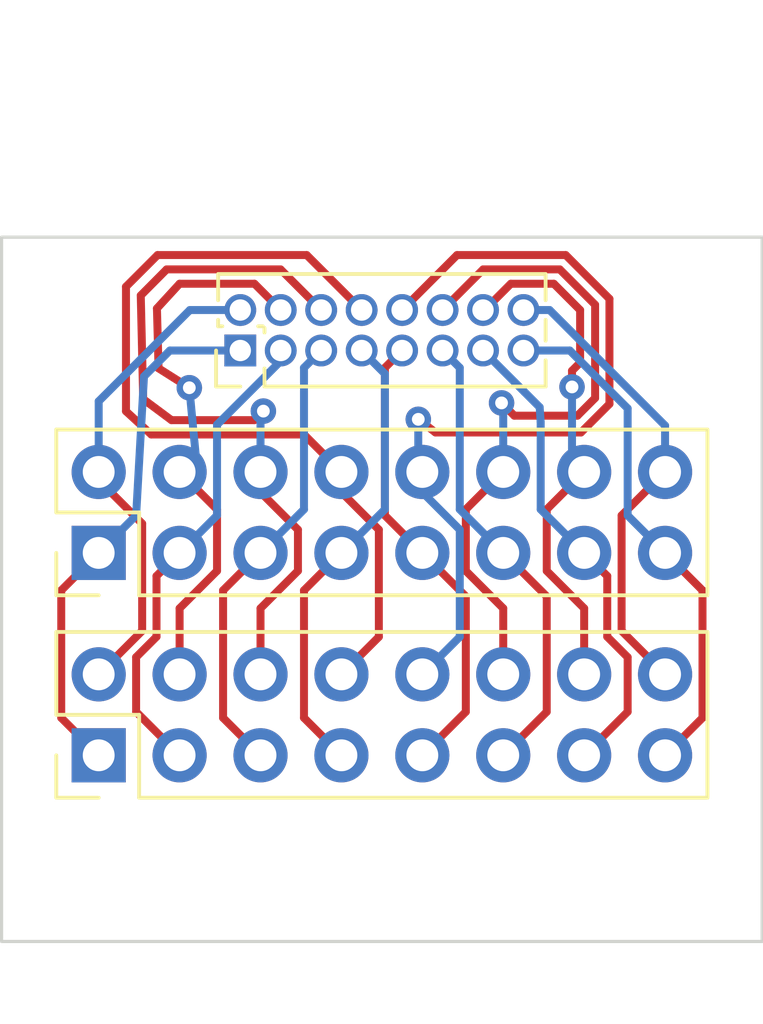
<source format=kicad_pcb>
(kicad_pcb (version 20200909) (generator pcbnew)

  (general
    (thickness 1.6)
  )

  (paper "A4")
  (layers
    (0 "F.Cu" signal)
    (31 "B.Cu" signal)
    (32 "B.Adhes" user)
    (33 "F.Adhes" user)
    (34 "B.Paste" user)
    (35 "F.Paste" user)
    (36 "B.SilkS" user)
    (37 "F.SilkS" user)
    (38 "B.Mask" user)
    (39 "F.Mask" user)
    (40 "Dwgs.User" user)
    (41 "Cmts.User" user)
    (42 "Eco1.User" user)
    (43 "Eco2.User" user)
    (44 "Edge.Cuts" user)
    (45 "Margin" user)
    (46 "B.CrtYd" user)
    (47 "F.CrtYd" user)
    (48 "B.Fab" user)
    (49 "F.Fab" user)
  )

  (setup
    (stackup
      (layer "F.SilkS" (type "Top Silk Screen"))
      (layer "F.Paste" (type "Top Solder Paste"))
      (layer "F.Mask" (type "Top Solder Mask") (color "Green") (thickness 0.01))
      (layer "F.Cu" (type "copper") (thickness 0.035))
      (layer "dielectric 1" (type "core") (thickness 1.51) (material "FR4") (epsilon_r 4.5) (loss_tangent 0.02))
      (layer "B.Cu" (type "copper") (thickness 0.035))
      (layer "B.Mask" (type "Bottom Solder Mask") (color "Green") (thickness 0.01))
      (layer "B.Paste" (type "Bottom Solder Paste"))
      (layer "B.SilkS" (type "Bottom Silk Screen"))
      (copper_finish "None")
      (dielectric_constraints no)
    )
    (pcbplotparams
      (layerselection 0x010fc_ffffffff)
      (usegerberextensions false)
      (usegerberattributes true)
      (usegerberadvancedattributes true)
      (creategerberjobfile true)
      (svguseinch false)
      (svgprecision 6)
      (excludeedgelayer true)
      (linewidth 0.100000)
      (plotframeref false)
      (viasonmask false)
      (mode 1)
      (useauxorigin false)
      (hpglpennumber 1)
      (hpglpenspeed 20)
      (hpglpendiameter 15.000000)
      (psnegative false)
      (psa4output false)
      (plotreference true)
      (plotvalue true)
      (plotinvisibletext false)
      (sketchpadsonfab false)
      (subtractmaskfromsilk false)
      (outputformat 1)
      (mirror false)
      (drillshape 0)
      (scaleselection 1)
      (outputdirectory "gerbers")
    )
  )


  (net 0 "")
  (net 1 "/W16")
  (net 2 "/W15")
  (net 3 "/W14")
  (net 4 "/W13")
  (net 5 "/W12")
  (net 6 "/W11")
  (net 7 "/W10")
  (net 8 "/W9")
  (net 9 "/W8")
  (net 10 "/W7")
  (net 11 "/W6")
  (net 12 "/W5")
  (net 13 "/W4")
  (net 14 "/W3")
  (net 15 "/W2")
  (net 16 "/W1")

  (module "Connector_PinHeader_2.54mm:PinHeader_2x08_P2.54mm_Vertical" (layer "F.Cu") (tedit 59FED5CC) (tstamp 1f6ea77c-1f91-46f8-bcfd-ca98532fe27b)
    (at 82.042 151.892 90)
    (descr "Through hole straight pin header, 2x08, 2.54mm pitch, double rows")
    (tags "Through hole pin header THT 2x08 2.54mm double row")
    (property "Sheet file" "/Users/scott/3D_Print_Projects/PCB_Test_Fixture_pogo_clip/mod_clip/mod_clip/mod_clip.kicad_sch")
    (property "Sheet name" "")
    (path "/b6a33042-6615-4abd-a5a4-2cc568fb88c4")
    (attr through_hole)
    (fp_text reference "J2" (at 1.27 -2.33 90) (layer "F.SilkS") hide
      (effects (font (size 1 1) (thickness 0.15)))
      (tstamp 3014528d-c2e7-4794-bdf4-63233ffc73a3)
    )
    (fp_text value "Conn_02x08_Odd_Even" (at 1.27 20.11 90) (layer "F.Fab") hide
      (effects (font (size 1 1) (thickness 0.15)))
      (tstamp c0ab9ce4-1e83-4e46-9064-68b703922954)
    )
    (fp_line (start -1.33 0) (end -1.33 -1.33) (layer "F.SilkS") (width 0.12) (tstamp 05a939df-4be7-4de6-9d6c-1b3f005161d6))
    (fp_line (start -1.33 -1.33) (end 0 -1.33) (layer "F.SilkS") (width 0.12) (tstamp 3c6a3b90-98f4-45e6-a676-6b0d8825447f))
    (fp_line (start -1.33 19.11) (end 3.87 19.11) (layer "F.SilkS") (width 0.12) (tstamp 5679c2fa-6e89-4636-aab3-ad9a80342c97))
    (fp_line (start 3.87 -1.33) (end 3.87 19.11) (layer "F.SilkS") (width 0.12) (tstamp 61e87174-130b-4084-a3ba-6c57a986cc6c))
    (fp_line (start -1.33 1.27) (end 1.27 1.27) (layer "F.SilkS") (width 0.12) (tstamp 6bcfd9de-4cf3-4543-8295-776354b0fdc0))
    (fp_line (start -1.33 1.27) (end -1.33 19.11) (layer "F.SilkS") (width 0.12) (tstamp 6cbe3e57-fa50-4c42-94af-2ed9ac258b4e))
    (fp_line (start 1.27 -1.33) (end 3.87 -1.33) (layer "F.SilkS") (width 0.12) (tstamp 8232a4df-f536-4f55-a497-31bbbe788a5c))
    (fp_line (start 1.27 1.27) (end 1.27 -1.33) (layer "F.SilkS") (width 0.12) (tstamp f5b9985f-6161-4929-9b28-97b459415a4a))
    (fp_line (start 4.35 -1.8) (end -1.8 -1.8) (layer "F.CrtYd") (width 0.05) (tstamp 34aa9f9e-448e-42a1-8cbb-643d19b809a4))
    (fp_line (start -1.8 19.55) (end 4.35 19.55) (layer "F.CrtYd") (width 0.05) (tstamp 72443ef8-679c-4461-8fec-f302b27eaf4f))
    (fp_line (start 4.35 19.55) (end 4.35 -1.8) (layer "F.CrtYd") (width 0.05) (tstamp 7621ec91-78c6-4c55-9c70-af5ba9d71773))
    (fp_line (start -1.8 -1.8) (end -1.8 19.55) (layer "F.CrtYd") (width 0.05) (tstamp d4d1b983-57ef-4705-b54c-640498f19d28))
    (fp_line (start -1.27 19.05) (end -1.27 0) (layer "F.Fab") (width 0.1) (tstamp 0e0983a8-6558-4fb9-9c35-f762dbde9054))
    (fp_line (start 3.81 19.05) (end -1.27 19.05) (layer "F.Fab") (width 0.1) (tstamp 3214f64f-6809-455d-bf9e-f5a67aaa52fd))
    (fp_line (start -1.27 0) (end 0 -1.27) (layer "F.Fab") (width 0.1) (tstamp 347d29cf-7277-43cc-a51a-0e54e70be3b0))
    (fp_line (start 0 -1.27) (end 3.81 -1.27) (layer "F.Fab") (width 0.1) (tstamp 73827821-d4bd-4230-811b-a280920d1661))
    (fp_line (start 3.81 -1.27) (end 3.81 19.05) (layer "F.Fab") (width 0.1) (tstamp 7d3d446d-c6da-4342-b5d3-83d8b1770ffc))
    (pad "1" thru_hole rect (at 0 0 90) (size 1.7 1.7) (drill 1) (layers *.Cu *.Mask)
      (net 16 "/W1") (pinfunction "Pin_1") (tstamp e3bbd324-7d1d-4c73-96be-9cb61bb93b2a))
    (pad "2" thru_hole oval (at 2.54 0 90) (size 1.7 1.7) (drill 1) (layers *.Cu *.Mask)
      (net 15 "/W2") (pinfunction "Pin_2") (tstamp 7d9ad417-307f-419f-b195-0186b9e8c9d1))
    (pad "3" thru_hole oval (at 0 2.54 90) (size 1.7 1.7) (drill 1) (layers *.Cu *.Mask)
      (net 14 "/W3") (pinfunction "Pin_3") (tstamp 2b5fdf52-c8d4-404f-97b8-4c57d0dd1370))
    (pad "4" thru_hole oval (at 2.54 2.54 90) (size 1.7 1.7) (drill 1) (layers *.Cu *.Mask)
      (net 13 "/W4") (pinfunction "Pin_4") (tstamp fa469eee-fab0-45f7-93fb-595a529b10d9))
    (pad "5" thru_hole oval (at 0 5.08 90) (size 1.7 1.7) (drill 1) (layers *.Cu *.Mask)
      (net 12 "/W5") (pinfunction "Pin_5") (tstamp 84e9c86a-7b68-4f7a-954c-fac3905f7d31))
    (pad "6" thru_hole oval (at 2.54 5.08 90) (size 1.7 1.7) (drill 1) (layers *.Cu *.Mask)
      (net 11 "/W6") (pinfunction "Pin_6") (tstamp ef0f562b-e1d2-4bdc-a7e2-fe43c6d52beb))
    (pad "7" thru_hole oval (at 0 7.62 90) (size 1.7 1.7) (drill 1) (layers *.Cu *.Mask)
      (net 10 "/W7") (pinfunction "Pin_7") (tstamp 099b2488-b756-461e-9fad-f5da33b373ee))
    (pad "8" thru_hole oval (at 2.54 7.62 90) (size 1.7 1.7) (drill 1) (layers *.Cu *.Mask)
      (net 9 "/W8") (pinfunction "Pin_8") (tstamp 74b73040-9481-443d-b12d-d751d8083dcb))
    (pad "9" thru_hole oval (at 0 10.16 90) (size 1.7 1.7) (drill 1) (layers *.Cu *.Mask)
      (net 8 "/W9") (pinfunction "Pin_9") (tstamp bf1ea3e2-b604-4d30-bab1-4746528ed596))
    (pad "10" thru_hole oval (at 2.54 10.16 90) (size 1.7 1.7) (drill 1) (layers *.Cu *.Mask)
      (net 7 "/W10") (pinfunction "Pin_10") (tstamp f6156791-9941-4eb2-8e2f-1f4d1dfceb81))
    (pad "11" thru_hole oval (at 0 12.7 90) (size 1.7 1.7) (drill 1) (layers *.Cu *.Mask)
      (net 6 "/W11") (pinfunction "Pin_11") (tstamp 8061c483-b146-45a3-8198-3fd9d9b34c35))
    (pad "12" thru_hole oval (at 2.54 12.7 90) (size 1.7 1.7) (drill 1) (layers *.Cu *.Mask)
      (net 5 "/W12") (pinfunction "Pin_12") (tstamp 1a9bcdad-2982-453b-a2f9-a46f0119a21b))
    (pad "13" thru_hole oval (at 0 15.24 90) (size 1.7 1.7) (drill 1) (layers *.Cu *.Mask)
      (net 4 "/W13") (pinfunction "Pin_13") (tstamp c5c79191-cc2e-4caf-8660-cff667e8362e))
    (pad "14" thru_hole oval (at 2.54 15.24 90) (size 1.7 1.7) (drill 1) (layers *.Cu *.Mask)
      (net 3 "/W14") (pinfunction "Pin_14") (tstamp 34a9344d-582e-404c-a2c0-289821fdf254))
    (pad "15" thru_hole oval (at 0 17.78 90) (size 1.7 1.7) (drill 1) (layers *.Cu *.Mask)
      (net 2 "/W15") (pinfunction "Pin_15") (tstamp dbef62c4-4bc2-4b6d-9926-ecde9f7d671d))
    (pad "16" thru_hole oval (at 2.54 17.78 90) (size 1.7 1.7) (drill 1) (layers *.Cu *.Mask)
      (net 1 "/W16") (pinfunction "Pin_16") (tstamp 64ebcb27-64c8-484b-ba28-50ce37d2e91f))
    (model "${KISYS3DMOD}/Connector_PinHeader_2.54mm.3dshapes/PinHeader_2x08_P2.54mm_Vertical.wrl"
      (offset (xyz 0 0 0))
      (scale (xyz 1 1 1))
      (rotate (xyz 0 0 0))
    )
  )

  (module "Connector_PinHeader_2.54mm:PinHeader_2x08_P2.54mm_Vertical" (layer "F.Cu") (tedit 59FED5CC) (tstamp 223be75b-5aaf-4aa3-9a87-d2ff44aa9601)
    (at 82.042 145.542 90)
    (descr "Through hole straight pin header, 2x08, 2.54mm pitch, double rows")
    (tags "Through hole pin header THT 2x08 2.54mm double row")
    (property "Sheet file" "/Users/scott/3D_Print_Projects/PCB_Test_Fixture_pogo_clip/mod_clip/mod_clip/mod_clip.kicad_sch")
    (property "Sheet name" "")
    (path "/e8717575-2817-4036-9fc9-55173f52fe57")
    (attr through_hole)
    (fp_text reference "J1" (at 1.27 -2.33 90) (layer "F.SilkS") hide
      (effects (font (size 1 1) (thickness 0.15)))
      (tstamp f67909e0-57ea-4bdf-ac2a-ccf5fb0a4b68)
    )
    (fp_text value "Conn_02x08_Odd_Even" (at 1.27 20.11 90) (layer "F.Fab") hide
      (effects (font (size 1 1) (thickness 0.15)))
      (tstamp e89ee639-1c19-411f-995b-7bdbd1a6c83a)
    )
    (fp_line (start 3.87 -1.33) (end 3.87 19.11) (layer "F.SilkS") (width 0.12) (tstamp 33c64d30-565e-42ab-90b8-6905496ae969))
    (fp_line (start -1.33 0) (end -1.33 -1.33) (layer "F.SilkS") (width 0.12) (tstamp 37fc2a9d-0934-4871-a0a8-66057d4aee1d))
    (fp_line (start -1.33 -1.33) (end 0 -1.33) (layer "F.SilkS") (width 0.12) (tstamp 4852f80f-e9d5-421e-82fc-aea5eee8d4b7))
    (fp_line (start 1.27 1.27) (end 1.27 -1.33) (layer "F.SilkS") (width 0.12) (tstamp 4d077184-2463-4765-80d0-c39dd1363cbc))
    (fp_line (start -1.33 1.27) (end 1.27 1.27) (layer "F.SilkS") (width 0.12) (tstamp 8eb748d8-7dfb-4c59-bb2b-f03324f3c61d))
    (fp_line (start 1.27 -1.33) (end 3.87 -1.33) (layer "F.SilkS") (width 0.12) (tstamp ac221c70-6b22-4793-ac18-1a16bca27ae2))
    (fp_line (start -1.33 1.27) (end -1.33 19.11) (layer "F.SilkS") (width 0.12) (tstamp ddf1c241-4fa6-4e2d-99d7-51941a6413aa))
    (fp_line (start -1.33 19.11) (end 3.87 19.11) (layer "F.SilkS") (width 0.12) (tstamp e9cd3928-3399-45e2-be02-c64204cd57c2))
    (fp_line (start -1.8 19.55) (end 4.35 19.55) (layer "F.CrtYd") (width 0.05) (tstamp 1d3458c9-e586-4737-8247-541dc81566c4))
    (fp_line (start 4.35 19.55) (end 4.35 -1.8) (layer "F.CrtYd") (width 0.05) (tstamp 2c772089-00ce-4672-911e-a195827ceae3))
    (fp_line (start -1.8 -1.8) (end -1.8 19.55) (layer "F.CrtYd") (width 0.05) (tstamp eae6af1d-a456-4e8b-8601-24992340617c))
    (fp_line (start 4.35 -1.8) (end -1.8 -1.8) (layer "F.CrtYd") (width 0.05) (tstamp f42142f9-61d7-4aa9-a310-fd5992bbfc91))
    (fp_line (start -1.27 19.05) (end -1.27 0) (layer "F.Fab") (width 0.1) (tstamp 210edc05-df1e-4c1b-8b62-3bff9231378f))
    (fp_line (start -1.27 0) (end 0 -1.27) (layer "F.Fab") (width 0.1) (tstamp d14fc0b6-e544-4935-8491-4ddbd0d5503b))
    (fp_line (start 3.81 -1.27) (end 3.81 19.05) (layer "F.Fab") (width 0.1) (tstamp d7342732-2c2f-4ef3-9607-7b08d8c18088))
    (fp_line (start 3.81 19.05) (end -1.27 19.05) (layer "F.Fab") (width 0.1) (tstamp ded22dc5-a5f5-45aa-a1bd-ba0c3d4b8b09))
    (fp_line (start 0 -1.27) (end 3.81 -1.27) (layer "F.Fab") (width 0.1) (tstamp ef0de042-b2a9-43dc-845d-fd6ccdf2d475))
    (pad "1" thru_hole rect (at 0 0 90) (size 1.7 1.7) (drill 1) (layers *.Cu *.Mask)
      (net 16 "/W1") (pinfunction "Pin_1") (tstamp 074ec228-ec47-49db-8d99-fbbe03bf0ad7))
    (pad "2" thru_hole oval (at 2.54 0 90) (size 1.7 1.7) (drill 1) (layers *.Cu *.Mask)
      (net 15 "/W2") (pinfunction "Pin_2") (tstamp dfb7aa75-6978-4e8f-bf49-f8ffe539d698))
    (pad "3" thru_hole oval (at 0 2.54 90) (size 1.7 1.7) (drill 1) (layers *.Cu *.Mask)
      (net 14 "/W3") (pinfunction "Pin_3") (tstamp 42e2bada-4466-4157-822d-fad5f4be0747))
    (pad "4" thru_hole oval (at 2.54 2.54 90) (size 1.7 1.7) (drill 1) (layers *.Cu *.Mask)
      (net 13 "/W4") (pinfunction "Pin_4") (tstamp d572329a-e36e-4435-9aef-831735a33ac5))
    (pad "5" thru_hole oval (at 0 5.08 90) (size 1.7 1.7) (drill 1) (layers *.Cu *.Mask)
      (net 12 "/W5") (pinfunction "Pin_5") (tstamp 13225653-06cc-4197-b548-8c02c228e880))
    (pad "6" thru_hole oval (at 2.54 5.08 90) (size 1.7 1.7) (drill 1) (layers *.Cu *.Mask)
      (net 11 "/W6") (pinfunction "Pin_6") (tstamp 9e5871d7-a90e-41b4-b01f-5283f806f1e4))
    (pad "7" thru_hole oval (at 0 7.62 90) (size 1.7 1.7) (drill 1) (layers *.Cu *.Mask)
      (net 10 "/W7") (pinfunction "Pin_7") (tstamp da077367-099f-45c9-af14-a8050a7e40d3))
    (pad "8" thru_hole oval (at 2.54 7.62 90) (size 1.7 1.7) (drill 1) (layers *.Cu *.Mask)
      (net 9 "/W8") (pinfunction "Pin_8") (tstamp 19b1d614-1acf-4cfd-9740-a349265aed11))
    (pad "9" thru_hole oval (at 0 10.16 90) (size 1.7 1.7) (drill 1) (layers *.Cu *.Mask)
      (net 8 "/W9") (pinfunction "Pin_9") (tstamp 38243320-9008-4d01-b028-0f1d3ec31026))
    (pad "10" thru_hole oval (at 2.54 10.16 90) (size 1.7 1.7) (drill 1) (layers *.Cu *.Mask)
      (net 7 "/W10") (pinfunction "Pin_10") (tstamp 85eafc55-dca1-45ac-adf5-f2a31d79f5ee))
    (pad "11" thru_hole oval (at 0 12.7 90) (size 1.7 1.7) (drill 1) (layers *.Cu *.Mask)
      (net 6 "/W11") (pinfunction "Pin_11") (tstamp 234150a2-9599-4bfc-8190-ce52d449d282))
    (pad "12" thru_hole oval (at 2.54 12.7 90) (size 1.7 1.7) (drill 1) (layers *.Cu *.Mask)
      (net 5 "/W12") (pinfunction "Pin_12") (tstamp 99539416-fc27-4c42-82c7-ad1d8f3f6251))
    (pad "13" thru_hole oval (at 0 15.24 90) (size 1.7 1.7) (drill 1) (layers *.Cu *.Mask)
      (net 4 "/W13") (pinfunction "Pin_13") (tstamp ba7f18bc-447a-44fe-8a69-9a3bb331d316))
    (pad "14" thru_hole oval (at 2.54 15.24 90) (size 1.7 1.7) (drill 1) (layers *.Cu *.Mask)
      (net 3 "/W14") (pinfunction "Pin_14") (tstamp 2d2ddca4-8657-464b-bcb6-af36fcc7a42d))
    (pad "15" thru_hole oval (at 0 17.78 90) (size 1.7 1.7) (drill 1) (layers *.Cu *.Mask)
      (net 2 "/W15") (pinfunction "Pin_15") (tstamp 2537661c-23c1-4d5e-8016-d47028532c20))
    (pad "16" thru_hole oval (at 2.54 17.78 90) (size 1.7 1.7) (drill 1) (layers *.Cu *.Mask)
      (net 1 "/W16") (pinfunction "Pin_16") (tstamp c49c8fcb-d50e-41f8-979c-631b8a761d90))
    (model "${KISYS3DMOD}/Connector_PinHeader_2.54mm.3dshapes/PinHeader_2x08_P2.54mm_Vertical.wrl"
      (offset (xyz 0 0 0))
      (scale (xyz 1 1 1))
      (rotate (xyz 0 0 0))
    )
  )

  (module "Connector_PinHeader_1.27mm:PinHeader_2x08_P1.27mm_Vertical" (layer "F.Cu") (tedit 5F6CC1A3) (tstamp 2dc59e26-f3dc-4451-8048-600f651a863b)
    (at 86.487 139.192 90)
    (descr "Through hole straight pin header, 2x08, 1.27mm pitch, double rows")
    (tags "Through hole pin header THT 2x08 1.27mm double row")
    (property "Sheet file" "/Users/scott/3D_Print_Projects/PCB_Test_Fixture_pogo_clip/mod_clip/mod_clip/mod_clip.kicad_sch")
    (property "Sheet name" "")
    (path "/7c3b32e7-ec5b-42f9-ab76-11a08ea584d1")
    (attr through_hole)
    (fp_text reference "J3" (at 0.635 -1.695 90) (layer "F.SilkS") hide
      (effects (font (size 1 1) (thickness 0.15)))
      (tstamp fa4c0faf-b9da-4062-b469-27a7a297cda6)
    )
    (fp_text value "Conn_02x08_Odd_Even" (at 0.635 10.585 90) (layer "F.Fab") hide
      (effects (font (size 1 1) (thickness 0.15)))
      (tstamp c8eb1f0f-c2e3-41fe-8c76-3561c369ecba)
    )
    (fp_line (start -1.13 0) (end -1.13 -0.76) (layer "F.SilkS") (width 0.12) (tstamp 0eeb2c03-e398-4a6c-8739-5f475e30440b))
    (fp_line (start -1.13 -0.76) (end 0 -0.76) (layer "F.SilkS") (width 0.12) (tstamp 27a120d1-4c73-4137-8534-6a4a598dc96b))
    (fp_line (start 1.57753 -0.695) (end 2.4 -0.695) (layer "F.SilkS") (width 0.12) (tstamp 320a17ba-3755-49d4-ad3c-09ba28238208))
    (fp_line (start 0.76 0.706529) (end 0.76 0.563471) (layer "F.SilkS") (width 0.12) (tstamp 42c04fd9-05cf-40e5-9118-c4ac94c8de55))
    (fp_line (start 0.30753 9.585) (end 0.96247 9.585) (layer "F.SilkS") (width 0.12) (tstamp 4bedc316-e0d3-472a-822d-37297840335d))
    (fp_line (start 0.76 -0.695) (end 0.96247 -0.695) (layer "F.SilkS") (width 0.12) (tstamp 74b1380d-6097-4054-9348-f5b0aaee801e))
    (fp_line (start -1.13 0.76) (end -1.13 9.585) (layer "F.SilkS") (width 0.12) (tstamp 7c0fda39-8f8f-42ca-bdd8-7f08ce1b0b1b))
    (fp_line (start 0.563471 0.76) (end 0.706529 0.76) (layer "F.SilkS") (width 0.12) (tstamp a649f050-dabd-43ef-abaf-bb2954472121))
    (fp_line (start 0.76 -0.563471) (end 0.76 -0.695) (layer "F.SilkS") (width 0.12) (tstamp b495958b-fdb0-47a1-8c32-55484678f924))
    (fp_line (start -1.13 9.585) (end -0.30753 9.585) (layer "F.SilkS") (width 0.12) (tstamp badae9af-5dfe-4fd2-aa00-d0bc98cb33dc))
    (fp_line (start 1.57753 9.585) (end 2.4 9.585) (layer "F.SilkS") (width 0.12) (tstamp c61df524-3fd7-46d2-a5cf-0460d7832ff5))
    (fp_line (start 2.4 -0.695) (end 2.4 9.585) (layer "F.SilkS") (width 0.12) (tstamp d88663ce-ffca-43fe-80ed-1d56b9321130))
    (fp_line (start -1.13 0.76) (end -0.563471 0.76) (layer "F.SilkS") (width 0.12) (tstamp fc74700a-14e3-461d-b24f-ab026f7d1317))
    (fp_line (start 2.85 10.05) (end 2.85 -1.15) (layer "F.CrtYd") (width 0.05) (tstamp 09667f75-0204-468d-99b4-51e794c492cc))
    (fp_line (start 2.85 -1.15) (end -1.6 -1.15) (layer "F.CrtYd") (width 0.05) (tstamp 43aee512-e27b-44ce-b450-5259894bd59d))
    (fp_line (start -1.6 -1.15) (end -1.6 10.05) (layer "F.CrtYd") (width 0.05) (tstamp 6a629448-e228-4ca1-a218-ad6748d7f095))
    (fp_line (start -1.6 10.05) (end 2.85 10.05) (layer "F.CrtYd") (width 0.05) (tstamp f458c640-0594-4926-b450-c05b4267a841))
    (fp_line (start 2.34 9.525) (end -1.07 9.525) (layer "F.Fab") (width 0.1) (tstamp 4edc7187-92c2-4761-815f-ee03e51ec3e9))
    (fp_line (start -1.07 9.525) (end -1.07 0.2175) (layer "F.Fab") (width 0.1) (tstamp 53676381-21e1-4b57-9c32-591f615b29c2))
    (fp_line (start 2.34 -0.635) (end 2.34 9.525) (layer "F.Fab") (width 0.1) (tstamp 5882d877-bede-4b78-8681-ed7fe3e4727d))
    (fp_line (start -0.2175 -0.635) (end 2.34 -0.635) (layer "F.Fab") (width 0.1) (tstamp 84148b37-9e04-4d3f-a547-27d1d65a5126))
    (fp_line (start -1.07 0.2175) (end -0.2175 -0.635) (layer "F.Fab") (width 0.1) (tstamp 932b3311-b367-471d-9de8-bd3454fe5abe))
    (pad "1" thru_hole rect (at 0 0 90) (size 1 1) (drill 0.67) (layers *.Cu *.Mask)
      (net 16 "/W1") (pinfunction "Pin_1") (tstamp 2001202c-fb14-408a-84dd-ee29f8c7820a))
    (pad "2" thru_hole oval (at 1.27 0 90) (size 1 1) (drill 0.67) (layers *.Cu *.Mask)
      (net 15 "/W2") (pinfunction "Pin_2") (tstamp 64dee1d2-ff1e-4b67-b2c9-a8c15a4649e9))
    (pad "3" thru_hole oval (at 0 1.27 90) (size 1 1) (drill 0.67) (layers *.Cu *.Mask)
      (net 14 "/W3") (pinfunction "Pin_3") (tstamp d029354b-081f-41e2-86b3-843a6bc87719))
    (pad "4" thru_hole oval (at 1.27 1.27 90) (size 1 1) (drill 0.67) (layers *.Cu *.Mask)
      (net 13 "/W4") (pinfunction "Pin_4") (tstamp 5c589e0e-617c-4c10-a176-37ff0b5219be))
    (pad "5" thru_hole oval (at 0 2.54 90) (size 1 1) (drill 0.67) (layers *.Cu *.Mask)
      (net 12 "/W5") (pinfunction "Pin_5") (tstamp 8d33799d-7ffa-4e6a-a1dd-139a14e25ec6))
    (pad "6" thru_hole oval (at 1.27 2.54 90) (size 1 1) (drill 0.67) (layers *.Cu *.Mask)
      (net 11 "/W6") (pinfunction "Pin_6") (tstamp fbb070bf-718c-43f3-ac14-54b2c751d0e8))
    (pad "7" thru_hole oval (at 0 3.81 90) (size 1 1) (drill 0.67) (layers *.Cu *.Mask)
      (net 10 "/W7") (pinfunction "Pin_7") (tstamp 62ad3473-790f-4e51-adbe-3e0349c96cba))
    (pad "8" thru_hole oval (at 1.27 3.81 90) (size 1 1) (drill 0.67) (layers *.Cu *.Mask)
      (net 9 "/W8") (pinfunction "Pin_8") (tstamp 5515cda8-0770-4811-b252-a72ce07a8b52))
    (pad "9" thru_hole oval (at 0 5.08 90) (size 1 1) (drill 0.67) (layers *.Cu *.Mask)
      (net 8 "/W9") (pinfunction "Pin_9") (tstamp b46c4754-5faf-44fe-b42c-3fa5d441332f))
    (pad "10" thru_hole oval (at 1.27 5.08 90) (size 1 1) (drill 0.67) (layers *.Cu *.Mask)
      (net 7 "/W10") (pinfunction "Pin_10") (tstamp a40dc11f-b15b-414e-99e5-c7a5ce947147))
    (pad "11" thru_hole oval (at 0 6.35 90) (size 1 1) (drill 0.67) (layers *.Cu *.Mask)
      (net 6 "/W11") (pinfunction "Pin_11") (tstamp a1df2cfc-4b13-43c1-9fc2-1b82da0f23fc))
    (pad "12" thru_hole oval (at 1.27 6.35 90) (size 1 1) (drill 0.67) (layers *.Cu *.Mask)
      (net 5 "/W12") (pinfunction "Pin_12") (tstamp cd163def-29e4-4f5d-82eb-e5137678e3ce))
    (pad "13" thru_hole oval (at 0 7.62 90) (size 1 1) (drill 0.67) (layers *.Cu *.Mask)
      (net 4 "/W13") (pinfunction "Pin_13") (tstamp 78230497-1676-458c-841f-51e9430b4bdc))
    (pad "14" thru_hole oval (at 1.27 7.62 90) (size 1 1) (drill 0.67) (layers *.Cu *.Mask)
      (net 3 "/W14") (pinfunction "Pin_14") (tstamp 11928358-0d2c-4a3f-badd-4e28b2a1438a))
    (pad "15" thru_hole oval (at 0 8.89 90) (size 1 1) (drill 0.67) (layers *.Cu *.Mask)
      (net 2 "/W15") (pinfunction "Pin_15") (tstamp f64d17b9-13e7-4007-bc20-867935a8cce0))
    (pad "16" thru_hole oval (at 1.27 8.89 90) (size 1 1) (drill 0.67) (layers *.Cu *.Mask)
      (net 1 "/W16") (pinfunction "Pin_16") (tstamp bc6ff17d-1752-42f6-8ebf-f3986837896e))
    (model "${KISYS3DMOD}/Connector_PinHeader_1.27mm.3dshapes/PinHeader_2x08_P1.27mm_Vertical.wrl"
      (offset (xyz 0 0 0))
      (scale (xyz 1 1 1))
      (rotate (xyz 0 0 0))
    )
  )

  (module "MountingHole:MountingHole_2.7mm" (layer "F.Cu") (tedit 56D1B4CB) (tstamp 3dab7390-cd0b-43a8-99be-21c7fb7d95c7)
    (at 84.201 155.829)
    (descr "Mounting Hole 2.7mm, no annular")
    (tags "mounting hole 2.7mm no annular")
    (property "Sheet file" "/Users/scott/3D_Print_Projects/PCB_Test_Fixture_pogo_clip/mod_clip/mod_clip/mod_clip.kicad_sch")
    (property "Sheet name" "")
    (path "/6979eef2-7c1d-408e-b3cc-04151b6610d3")
    (attr exclude_from_pos_files)
    (fp_text reference "H2" (at 0 -3.7) (layer "F.SilkS") hide
      (effects (font (size 1 1) (thickness 0.15)))
      (tstamp 67885c02-19f6-4397-a957-63f71efbc103)
    )
    (fp_text value "MountingHole" (at 0 3.7) (layer "F.Fab") hide
      (effects (font (size 1 1) (thickness 0.15)))
      (tstamp 7aa5b572-85a6-4fe7-9dea-453a83c55714)
    )
    (fp_text user "${REFERENCE}" (at 0.3 0) (layer "F.Fab")
      (effects (font (size 1 1) (thickness 0.15)))
      (tstamp cacaa8b8-15fb-4df8-a5f8-34e45b8d67a3)
    )
    (fp_circle (center 0 0) (end 2.7 0) (layer "Cmts.User") (width 0.15) (tstamp cb87ad66-b4a3-4920-8895-c5daf73e0b0e))
    (fp_circle (center 0 0) (end 2.95 0) (layer "F.CrtYd") (width 0.05) (tstamp 6b7cc730-5048-4988-9519-16fb94793812))
    (pad "1" np_thru_hole circle (at 0 0) (size 2.7 2.7) (drill 2.7) (layers *.Cu *.Mask) (tstamp a4282ec3-b9dd-4915-94e4-b49aab2a9dc2))
  )

  (module "MountingHole:MountingHole_2.7mm" (layer "F.Cu") (tedit 56D1B4CB) (tstamp ec5a1a12-b5ee-4e5e-b563-a6d63ecd0f0c)
    (at 96.901 155.829)
    (descr "Mounting Hole 2.7mm, no annular")
    (tags "mounting hole 2.7mm no annular")
    (property "Sheet file" "/Users/scott/3D_Print_Projects/PCB_Test_Fixture_pogo_clip/mod_clip/mod_clip/mod_clip.kicad_sch")
    (property "Sheet name" "")
    (path "/e9904827-5ffd-4589-a8d7-c60f58546b70")
    (attr exclude_from_pos_files)
    (fp_text reference "H1" (at 0 -3.7) (layer "F.SilkS") hide
      (effects (font (size 1 1) (thickness 0.15)))
      (tstamp 74ace437-cfdd-4624-aedc-bcde8b2d13d1)
    )
    (fp_text value "MountingHole" (at 0 3.7) (layer "F.Fab") hide
      (effects (font (size 1 1) (thickness 0.15)))
      (tstamp ca25d2be-43bd-483c-8e38-7df920b88cc4)
    )
    (fp_text user "${REFERENCE}" (at 0.3 0) (layer "F.Fab")
      (effects (font (size 1 1) (thickness 0.15)))
      (tstamp a96c6c9a-d709-4727-8b64-30d57ac10050)
    )
    (fp_circle (center 0 0) (end 2.7 0) (layer "Cmts.User") (width 0.15) (tstamp e58aabf7-89ce-48d6-bfe8-f638f9721d01))
    (fp_circle (center 0 0) (end 2.95 0) (layer "F.CrtYd") (width 0.05) (tstamp 6b39547c-f30b-4480-850e-591cc101f1ee))
    (pad "1" np_thru_hole circle (at 0 0) (size 2.7 2.7) (drill 2.7) (layers *.Cu *.Mask) (tstamp f72d8dba-7b14-4063-8ac8-3146b5f0d965))
  )

  (gr_line (start 102.87 157.734) (end 78.994 157.734) (layer "Dwgs.User") (width 0.05) (tstamp 01e99095-98c3-42bb-974c-d127aaf1daae))
  (gr_line (start 78.994 140.462) (end 102.87 140.462) (layer "Dwgs.User") (width 0.05) (tstamp 14f7e358-4bed-4d36-84be-81aa628e9102))
  (gr_poly (pts
 (xy 97.02696 157.0274)
    (xy 97.24324 156.98438)
    (xy 97.44806 156.90266)
    (xy 97.63456 156.78499)
    (xy 97.79649 156.6353)
    (xy 97.92843 156.45861)
    (xy 98.02596 156.26083)
    (xy 98.08582 156.04859)
    (xy 98.106 155.829)
    (xy 98.10435 155.76594)
    (xy 98.07271 155.5477)
    (xy 98.00182 155.33888)
    (xy 97.89407 155.14648)
    (xy 97.75306 154.97694)
    (xy 97.58352 154.83593)
    (xy 97.39112 154.72818)
    (xy 97.1823 154.65729)
    (xy 96.96406 154.62565)
    (xy 96.74372 154.63431)
    (xy 96.52863 154.68298)
    (xy 96.32602 154.77003)
    (xy 96.14267 154.89254)
    (xy 95.98471 155.04642)
    (xy 95.85744 155.2265)
    (xy 95.76512 155.42676)
    (xy 95.71084 155.6405)
    (xy 95.69641 155.86054)
    (xy 95.72233 156.07953)
    (xy 95.78773 156.29013)
    (xy 95.8904 156.48529)
    (xy 96.02692 156.65847)
    (xy 96.19272 156.80387)
    (xy 96.38223 156.91662)
    (xy 96.58912 156.99294)
    (xy 96.80646 157.03029)) (layer "Dwgs.User") (width 0) (tstamp 2871dc34-c445-4557-8a2c-08f10d8f0030))
  (gr_poly (pts
 (xy 97.02696 157.0274)
    (xy 97.24324 156.98438)
    (xy 97.44806 156.90266)
    (xy 97.63456 156.78499)
    (xy 97.79649 156.6353)
    (xy 97.92843 156.45861)
    (xy 98.02596 156.26083)
    (xy 98.08582 156.04859)
    (xy 98.106 155.829)
    (xy 98.10435 155.76594)
    (xy 98.07271 155.5477)
    (xy 98.00182 155.33888)
    (xy 97.89407 155.14648)
    (xy 97.75306 154.97694)
    (xy 97.58352 154.83593)
    (xy 97.39112 154.72818)
    (xy 97.1823 154.65729)
    (xy 96.96406 154.62565)
    (xy 96.74372 154.63431)
    (xy 96.52863 154.68298)
    (xy 96.32602 154.77003)
    (xy 96.14267 154.89254)
    (xy 95.98471 155.04642)
    (xy 95.85744 155.2265)
    (xy 95.76512 155.42676)
    (xy 95.71084 155.6405)
    (xy 95.69641 155.86054)
    (xy 95.72233 156.07953)
    (xy 95.78773 156.29013)
    (xy 95.8904 156.48529)
    (xy 96.02692 156.65847)
    (xy 96.19272 156.80387)
    (xy 96.38223 156.91662)
    (xy 96.58912 156.99294)
    (xy 96.80646 157.03029)) (layer "Dwgs.User") (width 0) (tstamp 34af6660-a39b-4d48-ba08-46a388abe559))
  (gr_line (start 102.87 140.462) (end 102.87 157.734) (layer "Dwgs.User") (width 0.05) (tstamp 40c06152-9e25-4a52-8bf8-5dee150e5d6a))
  (gr_line (start 78.994 157.734) (end 78.994 140.462) (layer "Dwgs.User") (width 0.05) (tstamp 4ea16e88-c70d-4d4b-9135-7bea808d23d8))
  (gr_line (start 90.932 160.274) (end 90.932 128.27) (layer "Dwgs.User") (width 0.15) (tstamp 87fd3d24-5457-47a7-9d5c-c1321fc0214c))
  (gr_poly (pts
 (xy 84.32696 157.0274)
    (xy 84.54324 156.98438)
    (xy 84.74806 156.90266)
    (xy 84.93456 156.78499)
    (xy 85.09649 156.6353)
    (xy 85.22843 156.45861)
    (xy 85.32596 156.26083)
    (xy 85.38582 156.04859)
    (xy 85.406 155.829)
    (xy 85.40435 155.76594)
    (xy 85.37271 155.5477)
    (xy 85.30182 155.33888)
    (xy 85.19407 155.14648)
    (xy 85.05306 154.97694)
    (xy 84.88352 154.83593)
    (xy 84.69112 154.72818)
    (xy 84.4823 154.65729)
    (xy 84.26406 154.62565)
    (xy 84.04372 154.63431)
    (xy 83.82863 154.68298)
    (xy 83.62602 154.77003)
    (xy 83.44267 154.89254)
    (xy 83.28471 155.04642)
    (xy 83.15744 155.2265)
    (xy 83.06512 155.42676)
    (xy 83.01084 155.6405)
    (xy 82.99641 155.86054)
    (xy 83.02233 156.07953)
    (xy 83.08773 156.29013)
    (xy 83.1904 156.48529)
    (xy 83.32692 156.65847)
    (xy 83.49272 156.80387)
    (xy 83.68223 156.91662)
    (xy 83.88912 156.99294)
    (xy 84.10646 157.03029)) (layer "Dwgs.User") (width 0) (tstamp ce7e54be-daef-41e9-bba9-82007ace4d90))
  (gr_poly (pts
 (xy 84.32696 157.0274)
    (xy 84.54324 156.98438)
    (xy 84.74806 156.90266)
    (xy 84.93456 156.78499)
    (xy 85.09649 156.6353)
    (xy 85.22843 156.45861)
    (xy 85.32596 156.26083)
    (xy 85.38582 156.04859)
    (xy 85.406 155.829)
    (xy 85.40435 155.76594)
    (xy 85.37271 155.5477)
    (xy 85.30182 155.33888)
    (xy 85.19407 155.14648)
    (xy 85.05306 154.97694)
    (xy 84.88352 154.83593)
    (xy 84.69112 154.72818)
    (xy 84.4823 154.65729)
    (xy 84.26406 154.62565)
    (xy 84.04372 154.63431)
    (xy 83.82863 154.68298)
    (xy 83.62602 154.77003)
    (xy 83.44267 154.89254)
    (xy 83.28471 155.04642)
    (xy 83.15744 155.2265)
    (xy 83.06512 155.42676)
    (xy 83.01084 155.6405)
    (xy 82.99641 155.86054)
    (xy 83.02233 156.07953)
    (xy 83.08773 156.29013)
    (xy 83.1904 156.48529)
    (xy 83.32692 156.65847)
    (xy 83.49272 156.80387)
    (xy 83.68223 156.91662)
    (xy 83.88912 156.99294)
    (xy 84.10646 157.03029)) (layer "Dwgs.User") (width 0) (tstamp d738c669-598a-4da8-9230-7624a291e6e0))
  (gr_rect (start 78.994 157.734) (end 102.87 135.636) (layer "Edge.Cuts") (width 0.1) (tstamp c35ecc5f-6cb4-4bae-a52b-a7992eab5ca6))

  (segment (start 98.457001 144.366999) (end 99.822 143.002) (width 0.25) (layer "F.Cu") (net 1) (tstamp bcea7846-af7a-4231-bc93-63f88bb1d208))
  (segment (start 99.822 149.352) (end 98.457001 147.987001) (width 0.25) (layer "F.Cu") (net 1) (tstamp c56d4fbd-048f-4194-bb42-16f660a1bc7f))
  (segment (start 98.457001 147.987001) (end 98.457001 144.366999) (width 0.25) (layer "F.Cu") (net 1) (tstamp edff7102-a083-4965-a14f-032868eaf972))
  (segment (start 99.822 143.002) (end 99.822 141.546587) (width 0.25) (layer "B.Cu") (net 1) (tstamp 823dba55-1123-4647-8a82-d70483e5c935))
  (segment (start 99.822 141.546587) (end 96.197413 137.922) (width 0.25) (layer "B.Cu") (net 1) (tstamp d0095866-76c5-4dfc-8fb0-0f397fc079f4))
  (segment (start 96.197413 137.922) (end 95.377 137.922) (width 0.25) (layer "B.Cu") (net 1) (tstamp dacb4357-77cc-45a8-988c-92864db99972))
  (segment (start 100.997001 146.717001) (end 99.822 145.542) (width 0.25) (layer "F.Cu") (net 2) (tstamp 54d7c8a7-1b45-491e-be95-833957beb7e9))
  (segment (start 100.997001 150.716999) (end 100.997001 146.717001) (width 0.25) (layer "F.Cu") (net 2) (tstamp 8902395e-634a-428a-9813-47e4e6e8685f))
  (segment (start 99.822 151.892) (end 100.997001 150.716999) (width 0.25) (layer "F.Cu") (net 2) (tstamp ed44352a-c6b1-4fe8-85f1-c0ec5a1ba304))
  (segment (start 96.831002 139.192) (end 95.377 139.192) (width 0.25) (layer "B.Cu") (net 2) (tstamp 30a665d4-d275-4d9c-b1b4-1dc928aeac8b))
  (segment (start 98.646999 144.366999) (end 98.646999 141.007997) (width 0.25) (layer "B.Cu") (net 2) (tstamp 36084bd8-7340-48da-8047-18ec91ec46eb))
  (segment (start 99.822 145.542) (end 98.646999 144.366999) (width 0.25) (layer "B.Cu") (net 2) (tstamp 831f678b-9af0-47ee-a9de-63c4e5fa27bb))
  (segment (start 98.646999 141.007997) (end 96.831002 139.192) (width 0.25) (layer "B.Cu") (net 2) (tstamp b29f7671-396d-4603-9ffa-9f3619ff2c85))
  (segment (start 97.282 147.281002) (end 96.106999 146.106001) (width 0.25) (layer "F.Cu") (net 3) (tstamp 01962613-91bd-43aa-9e39-741c5575ff93))
  (segment (start 97.282 149.352) (end 97.282 147.281002) (width 0.25) (layer "F.Cu") (net 3) (tstamp 12cc7dda-443a-4bab-a9cc-5181af7b3cdd))
  (segment (start 96.106999 144.177001) (end 97.282 143.002) (width 0.25) (layer "F.Cu") (net 3) (tstamp 1753d16c-cf69-4e41-8a80-7dde767ac283))
  (segment (start 96.901 139.827) (end 96.901 140.335) (width 0.25) (layer "F.Cu") (net 3) (tstamp 1ef219dd-a697-4c89-a3e2-fad479d9bfb3))
  (segment (start 94.155998 137.922) (end 94.980999 137.096999) (width 0.25) (layer "F.Cu") (net 3) (tstamp 1f49b9a5-f5c9-4db7-bc45-324250c56983))
  (segment (start 97.155 137.922) (end 97.155 139.573) (width 0.25) (layer "F.Cu") (net 3) (tstamp 5abb50e1-e194-4710-9528-9e230751fb3c))
  (segment (start 94.980999 137.096999) (end 96.329999 137.096999) (width 0.25) (layer "F.Cu") (net 3) (tstamp 936e5da0-5f35-45aa-ba18-42070b0011cb))
  (segment (start 96.106999 146.106001) (end 96.106999 144.177001) (width 0.25) (layer "F.Cu") (net 3) (tstamp ba76a94b-735b-4fff-8c96-e02a4538f5bb))
  (segment (start 97.155 139.573) (end 96.901 139.827) (width 0.25) (layer "F.Cu") (net 3) (tstamp bca2c189-2ea6-4dd7-a9e7-1c19a1bb2528))
  (segment (start 96.329999 137.096999) (end 97.155 137.922) (width 0.25) (layer "F.Cu") (net 3) (tstamp d84fb2fb-ef3c-4d93-84f3-8a170814ce24))
  (via (at 96.901 140.335) (size 0.8) (drill 0.4) (layers "F.Cu" "B.Cu") (net 3) (tstamp 653ca586-0e20-4e67-806a-0d57f30e9981))
  (segment (start 96.901 140.335) (end 96.901 142.621) (width 0.25) (layer "B.Cu") (net 3) (tstamp 58ebb1a1-3691-4baa-a059-ae0afea4e89b))
  (segment (start 98.00699 146.26699) (end 97.282 145.542) (width 0.25) (layer "F.Cu") (net 4) (tstamp 0e7cd00c-09e5-488e-8bd6-a7a9d3a26d7f))
  (segment (start 98.646999 148.813409) (end 98.00699 148.173401) (width 0.25) (layer "F.Cu") (net 4) (tstamp 22490c0e-e60a-4746-8221-b45f431e7dbe))
  (segment (start 98.646999 150.527001) (end 98.646999 148.813409) (width 0.25) (layer "F.Cu") (net 4) (tstamp 305d496f-6cb2-4489-8b94-8f5b3c5edc02))
  (segment (start 98.00699 148.173401) (end 98.00699 146.26699) (width 0.25) (layer "F.Cu") (net 4) (tstamp 89790cd7-e61c-4862-a4d3-2a4119490bde))
  (segment (start 97.282 151.892) (end 98.646999 150.527001) (width 0.25) (layer "F.Cu") (net 4) (tstamp fc02df88-64f0-485a-ad5b-6dea5307ef3e))
  (segment (start 95.413999 140.498999) (end 94.107 139.192) (width 0.25) (layer "B.Cu") (net 4) (tstamp 60197ec4-429c-4982-95ed-0e13abec8d4c))
  (segment (start 95.917001 141.440003) (end 95.885 140.97) (width 0.25) (layer "B.Cu") (net 4) (tstamp b631900e-8bc0-4d6e-9d42-06ad56e118f1))
  (segment (start 95.885 140.97) (end 95.413999 140.498999) (width 0.25) (layer "B.Cu") (net 4) (tstamp c37251d7-623d-4202-893d-5fca6e0dc42f))
  (segment (start 95.917001 144.177001) (end 95.917001 141.440003) (width 0.25) (layer "B.Cu") (net 4) (tstamp e187d92b-02da-4586-8e1e-3c71ea48d57a))
  (segment (start 97.282 145.542) (end 95.917001 144.177001) (width 0.25) (layer "B.Cu") (net 4) (tstamp eab12fb8-8414-4dd3-8538-f7889db8ddb6))
  (segment (start 94.742 147.281002) (end 93.566999 146.106001) (width 0.25) (layer "F.Cu") (net 5) (tstamp 2809495a-a07b-430e-87a7-00ca63c99e83))
  (segment (start 92.837 137.922) (end 94.112012 136.646988) (width 0.25) (layer "F.Cu") (net 5) (tstamp 2c1dd1ca-e5fe-46c0-a97f-19c34cce73f0))
  (segment (start 94.742 149.352) (end 94.742 147.281002) (width 0.25) (layer "F.Cu") (net 5) (tstamp 5dda3ea8-5383-4d97-b9c3-2cb0ec64472b))
  (segment (start 97.072442 141.236562) (end 95.088988 141.236562) (width 0.25) (layer "F.Cu") (net 5) (tstamp 6e50648c-2388-4c30-b212-ee7ec581baea))
  (segment (start 96.516399 136.646988) (end 97.626002 137.756591) (width 0.25) (layer "F.Cu") (net 5) (tstamp 800198be-07af-45a4-a8b4-9dfa3d1a2073))
  (segment (start 94.112012 136.646988) (end 96.516399 136.646988) (width 0.25) (layer "F.Cu") (net 5) (tstamp 80298a96-e05f-4cf2-82eb-1ca11cfca299))
  (segment (start 93.566999 146.106001) (end 93.566999 144.177001) (width 0.25) (layer "F.Cu") (net 5) (tstamp 8806327b-1c77-4e6d-a73b-39242661f488))
  (segment (start 93.566999 144.177001) (end 94.742 143.002) (width 0.25) (layer "F.Cu") (net 5) (tstamp 9c88d09d-60e4-44cd-88b4-d2dc8f4989be))
  (segment (start 95.088988 141.236562) (end 94.688989 140.836563) (width 0.25) (layer "F.Cu") (net 5) (tstamp cbd1680e-9c63-40c2-9488-db4a995189f0))
  (segment (start 97.626002 140.683002) (end 97.072442 141.236562) (width 0.25) (layer "F.Cu") (net 5) (tstamp ee3b1c19-0923-45c7-b18d-199e552abb5f))
  (segment (start 97.626002 137.756591) (end 97.626002 140.683002) (width 0.25) (layer "F.Cu") (net 5) (tstamp fc3ed970-ecfa-4015-bd23-9ebf0de49426))
  (via (at 94.688989 140.836563) (size 0.8) (drill 0.4) (layers "F.Cu" "B.Cu") (net 5) (tstamp c678842d-fe50-4fd4-8132-1fc5910e024c))
  (segment (start 94.742 140.889574) (end 94.688989 140.836563) (width 0.25) (layer "B.Cu") (net 5) (tstamp 021bebb3-b2fe-48a1-9664-914eb007cef3))
  (segment (start 94.742 143.002) (end 94.742 140.889574) (width 0.25) (layer "B.Cu") (net 5) (tstamp e78a16e9-9040-41dd-92e1-4ab3a65aec8e))
  (segment (start 96.106999 146.906999) (end 94.742 145.542) (width 0.25) (layer "F.Cu") (net 6) (tstamp 3a166189-d1f8-4214-aea6-c0a788f2bae9))
  (segment (start 94.742 151.892) (end 96.106999 150.527001) (width 0.25) (layer "F.Cu") (net 6) (tstamp 43a90bb1-a502-4a62-9d46-f702481b3f7e))
  (segment (start 96.106999 150.527001) (end 96.106999 146.906999) (width 0.25) (layer "F.Cu") (net 6) (tstamp b3392ff7-b3c9-42a1-ab34-bed36f61cb77))
  (segment (start 93.377001 144.177001) (end 93.377001 139.732001) (width 0.25) (layer "B.Cu") (net 6) (tstamp 0118b69d-880b-4721-945c-14c50c21fd46))
  (segment (start 94.742 145.542) (end 93.377001 144.177001) (width 0.25) (layer "B.Cu") (net 6) (tstamp 3537947f-08b1-42a7-99cb-089595f2c007))
  (segment (start 93.377001 139.732001) (end 92.837 139.192) (width 0.25) (layer "B.Cu") (net 6) (tstamp 3a302ad4-7087-44ed-98cc-e21989d123c2))
  (segment (start 98.076013 137.570191) (end 96.702799 136.196977) (width 0.25) (layer "F.Cu") (net 7) (tstamp 35b21a7b-9bb3-4694-b80c-28e76dc256ad))
  (segment (start 98.076013 140.869402) (end 98.076013 137.570191) (width 0.25) (layer "F.Cu") (net 7) (tstamp 43d393f6-4d92-44d8-93cf-4308a9d13757))
  (segment (start 93.292023 136.196977) (end 91.567 137.922) (width 0.25) (layer "F.Cu") (net 7) (tstamp 58db65a4-66b9-48b8-a02a-f1da8f428164))
  (segment (start 97.181402 141.764013) (end 98.076013 140.869402) (width 0.25) (layer "F.Cu") (net 7) (tstamp 7eb05d0c-099d-46cc-bd06-dc82b64f2829))
  (segment (start 92.615013 141.764013) (end 97.181402 141.764013) (width 0.25) (layer "F.Cu") (net 7) (tstamp e190bdac-7f4d-4bf1-aed2-7d2d03ab6057))
  (segment (start 96.702799 136.196977) (end 93.292023 136.196977) (width 0.25) (layer "F.Cu") (net 7) (tstamp e5aadeed-d336-411f-83ef-7a884fdfb0db))
  (segment (start 92.075 141.351) (end 92.615013 141.764013) (width 0.25) (layer "F.Cu") (net 7) (tstamp f549e355-734b-40f7-8c35-b0981e2fc35d))
  (via (at 92.075 141.351) (size 0.8) (drill 0.4) (layers "F.Cu" "B.Cu") (net 7) (tstamp 6a5bc36e-e028-4b52-814e-5a69c4e4030a))
  (segment (start 93.377001 148.176999) (end 93.377001 144.813411) (width 0.25) (layer "B.Cu") (net 7) (tstamp 2d1aa73b-54e9-43c3-a7b1-360d924e1030))
  (segment (start 92.075 141.351) (end 92.075 142.875) (width 0.25) (layer "B.Cu") (net 7) (tstamp ac7b1ddc-6bee-4f57-b0fe-7628e60e35ed))
  (segment (start 92.202 149.352) (end 93.377001 148.176999) (width 0.25) (layer "B.Cu") (net 7) (tstamp c4efe219-2dea-490b-ac59-9d80cef75876))
  (segment (start 93.377001 144.813411) (end 92.202 143.63841) (width 0.25) (layer "B.Cu") (net 7) (tstamp e01a5835-f099-4ba9-b306-b2d23cc1964f))
  (segment (start 92.202 145.542) (end 91.026999 144.366999) (width 0.25) (layer "F.Cu") (net 8) (tstamp 208e1684-dff4-445e-9936-ab5e168b0741))
  (segment (start 93.566999 146.906999) (end 92.202 145.542) (width 0.25) (layer "F.Cu") (net 8) (tstamp 3f1ca422-ba35-44fd-9db4-16a93332d63d))
  (segment (start 91.026999 144.366999) (end 91.026999 139.732001) (width 0.25) (layer "F.Cu") (net 8) (tstamp 600b1173-4948-4f76-9f57-a5bdfa16cca1))
  (segment (start 92.202 151.892) (end 93.566999 150.527001) (width 0.25) (layer "F.Cu") (net 8) (tstamp 69ea5c88-ed77-4707-afd7-1f1e54b07185))
  (segment (start 93.566999 150.527001) (end 93.566999 146.906999) (width 0.25) (layer "F.Cu") (net 8) (tstamp 97ab3846-5a0e-4190-a742-1e22b4c7d17c))
  (segment (start 91.026999 139.732001) (end 91.567 139.192) (width 0.25) (layer "F.Cu") (net 8) (tstamp baabaa5b-db74-4682-9a93-4c9f1ecede27))
  (segment (start 90.297 137.922) (end 88.571977 136.196977) (width 0.25) (layer "F.Cu") (net 9) (tstamp 09224fe5-123b-42f1-beb8-4aae2cb5776f))
  (segment (start 90.837001 148.176999) (end 90.837001 144.813412) (width 0.25) (layer "F.Cu") (net 9) (tstamp 0baf0bcc-a1ad-4d4e-b76a-239764fc522a))
  (segment (start 83.891201 136.196977) (end 82.898987 137.189191) (width 0.25) (layer "F.Cu") (net 9) (tstamp 26adb6f4-b0d4-4f4c-9932-7cb88e3cbdd5))
  (segment (start 88.486999 141.826999) (end 89.662 143.002) (width 0.25) (layer "F.Cu") (net 9) (tstamp 3ef2ad34-8abd-4f9e-b7f8-211ef92c0638))
  (segment (start 89.662 149.352) (end 90.837001 148.176999) (width 0.25) (layer "F.Cu") (net 9) (tstamp 4e7cd1d4-9482-403c-ae62-0c061ed10be0))
  (segment (start 88.571977 136.196977) (end 83.891201 136.196977) (width 0.25) (layer "F.Cu") (net 9) (tstamp 8d69fddb-d6d7-4948-95ed-f74ef53c002e))
  (segment (start 82.898987 137.189191) (end 82.898987 141.097) (width 0.25) (layer "F.Cu") (net 9) (tstamp 8f0f0f27-79e2-4cc4-a4d4-31e30b6199a2))
  (segment (start 90.837001 144.813412) (end 89.662 143.638411) (width 0.25) (layer "F.Cu") (net 9) (tstamp a2d41660-d156-438b-87af-d8ee9adf4746))
  (segment (start 82.898987 141.097) (end 83.693 141.826999) (width 0.25) (layer "F.Cu") (net 9) (tstamp c54733b0-4ff1-47d0-b533-4e9163424ced))
  (segment (start 83.693 141.826999) (end 88.486999 141.826999) (width 0.25) (layer "F.Cu") (net 9) (tstamp cd672bb4-1e7c-48d5-8917-3709bb974321))
  (segment (start 89.662 151.892) (end 88.486999 150.716999) (width 0.25) (layer "F.Cu") (net 10) (tstamp 485bc65c-cc5d-4969-a70d-53d526babfc2))
  (segment (start 88.486999 146.717001) (end 89.662 145.542) (width 0.25) (layer "F.Cu") (net 10) (tstamp 7e240f63-5dff-4042-8f90-483fd64c6c9a))
  (segment (start 88.486999 150.716999) (end 88.486999 146.717001) (width 0.25) (layer "F.Cu") (net 10) (tstamp a595bb00-d76b-4f03-a911-6b1f75483680))
  (segment (start 91.026999 139.921999) (end 90.297 139.192) (width 0.25) (layer "B.Cu") (net 10) (tstamp 0051daa6-e210-4f6b-9739-f07a587dad55))
  (segment (start 89.662 145.542) (end 91.026999 144.177001) (width 0.25) (layer "B.Cu") (net 10) (tstamp 2f1400c1-0f5e-46f5-86da-a9209b7f90f4))
  (segment (start 91.026999 144.177001) (end 91.026999 139.921999) (width 0.25) (layer "B.Cu") (net 10) (tstamp c1ec8fbb-a3ce-4a7b-afd9-fc9d220334b3))
  (segment (start 83.439 140.716) (end 84.328 141.376988) (width 0.25) (layer "F.Cu") (net 11) (tstamp 11721383-042d-43cc-94d2-8107c2fc6f6f))
  (segment (start 84.1756 136.646988) (end 83.3628 137.4648) (width 0.25) (layer "F.Cu") (net 11) (tstamp 4cad9a73-c59b-4ff4-a5c1-36e101b5226a))
  (segment (start 87.122 147.281002) (end 88.297001 146.106001) (width 0.25) (layer "F.Cu") (net 11) (tstamp 6c1cd22b-e34e-41a0-93f0-81c0be6b72ba))
  (segment (start 84.328 141.376988) (end 86.928044 141.376988) (width 0.25) (layer "F.Cu") (net 11) (tstamp 7a659543-2f23-4b18-8b18-5743fd0369d2))
  (segment (start 87.751988 136.646988) (end 84.1756 136.646988) (width 0.25) (layer "F.Cu") (net 11) (tstamp 81ef2b44-646b-4811-9b55-fb310e46139b))
  (segment (start 88.297001 146.106001) (end 88.297001 144.813411) (width 0.25) (layer "F.Cu") (net 11) (tstamp 823a6702-c94e-4fea-9d4f-a174e8f815de))
  (segment (start 87.122 149.352) (end 87.122 147.281002) (width 0.25) (layer "F.Cu") (net 11) (tstamp a31c49e9-26e5-4c66-a5ae-00c69fa28fe9))
  (segment (start 88.297001 144.813411) (end 87.122 143.63841) (width 0.25) (layer "F.Cu") (net 11) (tstamp b9b11c55-a4b4-4875-a1ee-d33cbd5aabbc))
  (segment (start 89.027 137.922) (end 87.751988 136.646988) (width 0.25) (layer "F.Cu") (net 11) (tstamp d996c456-c709-407d-9cbb-3e6198dd27b3))
  (segment (start 86.928044 141.376988) (end 87.211873 141.093159) (width 0.25) (layer "F.Cu") (net 11) (tstamp f26f1fdf-eea5-4ccb-8843-af06bd43318f))
  (segment (start 83.3628 137.4648) (end 83.439 140.716) (width 0.25) (layer "F.Cu") (net 11) (tstamp f3581631-aa52-4613-a110-8de823945276))
  (via (at 87.211873 141.093159) (size 0.8) (drill 0.4) (layers "F.Cu" "B.Cu") (net 11) (tstamp ccadb632-b304-4961-af53-3779ed481938))
  (segment (start 87.122 141.183032) (end 87.211873 141.093159) (width 0.25) (layer "B.Cu") (net 11) (tstamp b5f44c99-b934-40eb-b9ec-d8f61815aa03))
  (segment (start 87.122 143.002) (end 87.122 141.183032) (width 0.25) (layer "B.Cu") (net 11) (tstamp b86959f3-bb90-4528-81c8-64e87f1f6190))
  (segment (start 85.946999 146.717001) (end 87.122 145.542) (width 0.25) (layer "F.Cu") (net 12) (tstamp 07df1632-3a7c-414d-95ac-6429f021322f))
  (segment (start 85.946999 150.716999) (end 85.946999 146.717001) (width 0.25) (layer "F.Cu") (net 12) (tstamp cce3b0bd-fc86-419f-96b6-b456b6511e0f))
  (segment (start 87.122 151.892) (end 85.946999 150.716999) (width 0.25) (layer "F.Cu") (net 12) (tstamp d33a575c-686d-4751-b86c-9d7d266b481f))
  (segment (start 88.486999 139.732001) (end 89.027 139.192) (width 0.25) (layer "B.Cu") (net 12) (tstamp 45d5f5aa-553f-48e4-9d83-3f3902e4d905))
  (segment (start 87.122 145.542) (end 88.486999 144.177001) (width 0.25) (layer "B.Cu") (net 12) (tstamp 7ea73a41-e9f1-4811-b027-de4bce9b76ce))
  (segment (start 88.486999 144.177001) (end 88.486999 139.732001) (width 0.25) (layer "B.Cu") (net 12) (tstamp f01b3c27-0621-4a8b-85cd-754f0d92eeae))
  (segment (start 83.8708 137.8712) (end 84.582 137.096999) (width 0.25) (layer "F.Cu") (net 13) (tstamp 12f809da-981a-4e45-ba9e-e5bcda8fbe82))
  (segment (start 84.582 147.281002) (end 85.757001 146.106001) (width 0.25) (layer "F.Cu") (net 13) (tstamp 13250bc8-a984-41e0-9642-604125b05d09))
  (segment (start 84.8868 140.3604) (end 83.9216 139.7508) (width 0.25) (layer "F.Cu") (net 13) (tstamp 2d20cc7b-472d-44d3-a7fb-dae6227a7295))
  (segment (start 84.582 137.096999) (end 86.931999 137.096999) (width 0.25) (layer "F.Cu") (net 13) (tstamp 2e99f75f-0558-465e-9ed2-a2fdeb56e600))
  (segment (start 83.9216 139.7508) (end 83.8708 137.8712) (width 0.25) (layer "F.Cu") (net 13) (tstamp 31849b78-bfe5-40ef-be9b-2963e57466fb))
  (segment (start 84.582 149.352) (end 84.582 147.281002) (width 0.25) (layer "F.Cu") (net 13) (tstamp 3b216140-4b62-41ed-90ea-407e32a75712))
  (segment (start 85.757001 146.106001) (end 85.757001 144.177001) (width 0.25) (layer "F.Cu") (net 13) (tstamp 7add980d-5d9a-4be0-84a7-0482d912e0ac))
  (segment (start 86.931999 137.096999) (end 87.757 137.922) (width 0.25) (layer "F.Cu") (net 13) (tstamp a9e84479-8825-4613-8af3-416925f5c0d7))
  (segment (start 85.757001 144.177001) (end 84.582 143.002) (width 0.25) (layer "F.Cu") (net 13) (tstamp d952b6f6-fdd9-4b02-9ce6-0b4958c64777))
  (via (at 84.8868 140.3604) (size 0.8) (drill 0.4) (layers "F.Cu" "B.Cu") (net 13) (tstamp 9d98752d-9f35-4c1f-b6d9-2c3478b4f28f))
  (segment (start 85.09 142.494) (end 84.582 143.002) (width 0.25) (layer "B.Cu") (net 13) (tstamp b7912305-1f45-4801-a41e-2bd12846bfe6))
  (segment (start 84.8868 140.3604) (end 85.09 142.494) (width 0.25) (layer "B.Cu") (net 13) (tstamp d50fc3e4-bf4f-462e-b682-743f90e9fa47))
  (segment (start 84.582 151.892) (end 83.217001 150.527001) (width 0.25) (layer "F.Cu") (net 14) (tstamp 148a83e5-b435-4f77-b030-9c523b4a0cc8))
  (segment (start 83.217001 150.527001) (end 83.217001 148.813409) (width 0.25) (layer "F.Cu") (net 14) (tstamp 2220cd69-2970-4918-b099-70e4f7fae546))
  (segment (start 83.85701 148.173401) (end 83.85701 146.26699) (width 0.25) (layer "F.Cu") (net 14) (tstamp 35c89ec4-5541-4095-90d5-410cba11f265))
  (segment (start 83.85701 146.26699) (end 84.582 145.542) (width 0.25) (layer "F.Cu") (net 14) (tstamp 458d5e6c-206d-436f-94b6-11fd61e1188b))
  (segment (start 83.217001 148.813409) (end 83.85701 148.173401) (width 0.25) (layer "F.Cu") (net 14) (tstamp a032a5de-404b-4582-8395-69ab21cd0781))
  (segment (start 84.582 145.542) (end 85.757001 144.366999) (width 0.25) (layer "B.Cu") (net 14) (tstamp 12ba7106-01c7-4860-80e5-f993db5fd820))
  (segment (start 85.757001 141.519997) (end 87.757 139.519998) (width 0.25) (layer "B.Cu") (net 14) (tstamp 8aa972d7-fdb0-483d-9179-5e8d7b770d64))
  (segment (start 87.757 139.519998) (end 87.757 139.192) (width 0.25) (layer "B.Cu") (net 14) (tstamp 90659820-c70a-4332-b44f-f0d75b7a938e))
  (segment (start 85.757001 144.366999) (end 85.757001 141.519997) (width 0.25) (layer "B.Cu") (net 14) (tstamp a528b3c8-783e-493b-a54f-22b47e2623bc))
  (segment (start 83.406999 144.621997) (end 82.042 143.256998) (width 0.25) (layer "F.Cu") (net 15) (tstamp 98c401f3-290a-4591-9eb2-7673e52478c6))
  (segment (start 83.406999 147.987001) (end 83.406999 144.621997) (width 0.25) (layer "F.Cu") (net 15) (tstamp e9f9d555-4e49-496c-ba0f-9cfa4df49ed9))
  (segment (start 82.042 149.352) (end 83.406999 147.987001) (width 0.25) (layer "F.Cu") (net 15) (tstamp f5b4f815-03b7-41e1-a120-e6a927b5d7e2))
  (segment (start 82.042 143.002) (end 82.042 140.784587) (width 0.25) (layer "B.Cu") (net 15) (tstamp 0812b5f4-c32b-442d-9bb9-2183f2cc0c50))
  (segment (start 82.042 140.784587) (end 84.904587 137.922) (width 0.25) (layer "B.Cu") (net 15) (tstamp ac6b7ff7-a566-4961-a606-886c1a701a1d))
  (segment (start 84.904587 137.922) (end 86.487 137.922) (width 0.25) (layer "B.Cu") (net 15) (tstamp d74fbe31-5b4f-4a20-8b1c-3ea29267c8b8))
  (segment (start 80.866999 146.717001) (end 82.042 145.542) (width 0.25) (layer "F.Cu") (net 16) (tstamp 8091e106-56aa-4508-9941-c69132d23f54))
  (segment (start 82.042 151.892) (end 80.866999 150.716999) (width 0.25) (layer "F.Cu") (net 16) (tstamp 82d7cdf6-7d3a-44b4-840d-7a053af93a17))
  (segment (start 80.866999 150.716999) (end 80.866999 146.717001) (width 0.25) (layer "F.Cu") (net 16) (tstamp ecdf41b8-c4d9-49da-8cf4-2467d1b58262))
  (segment (start 83.4644 140.0048) (end 84.2772 139.192) (width 0.25) (layer "B.Cu") (net 16) (tstamp 42c8d6e0-245c-40dd-8e44-dc28e7da9301))
  (segment (start 83.217001 144.366999) (end 83.4644 140.0048) (width 0.25) (layer "B.Cu") (net 16) (tstamp b3152d4d-57b4-4a64-8eff-27423530834f))
  (segment (start 84.2772 139.192) (end 86.487 139.192) (width 0.25) (layer "B.Cu") (net 16) (tstamp e0f72796-3596-4b5f-ac21-8bcb0bebd40b))
  (segment (start 82.042 145.542) (end 83.217001 144.366999) (width 0.25) (layer "B.Cu") (net 16) (tstamp e3058665-bbc2-4b1a-b0de-f48b93069342))

)

</source>
